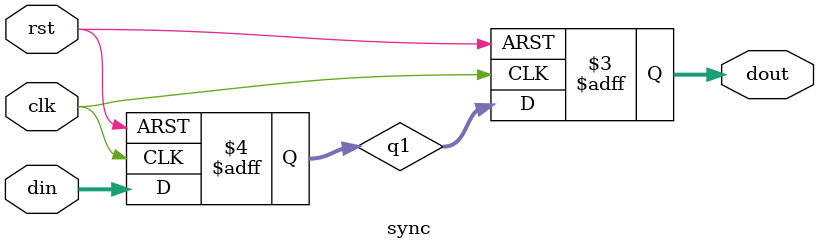
<source format=sv>
module sync(input logic rst, clk, 
input logic [5:0] din, 
output logic [5:0] dout);
logic [5:0] q1;
always_ff @(posedge clk or negedge rst) begin
    if(!rst) begin
        ////dout<=0; //BUG: IT SHOULD BE GRAY CODE OF 9 
        //q1<=0; //BUG: IT SHOULD BE GRAY CODE OF 9
	dout <= 6'b001101;
	q1 <= 6'b001101; 
    end
    else begin
        q1<=din;
        dout<=q1;
    end
end
endmodule
 

</source>
